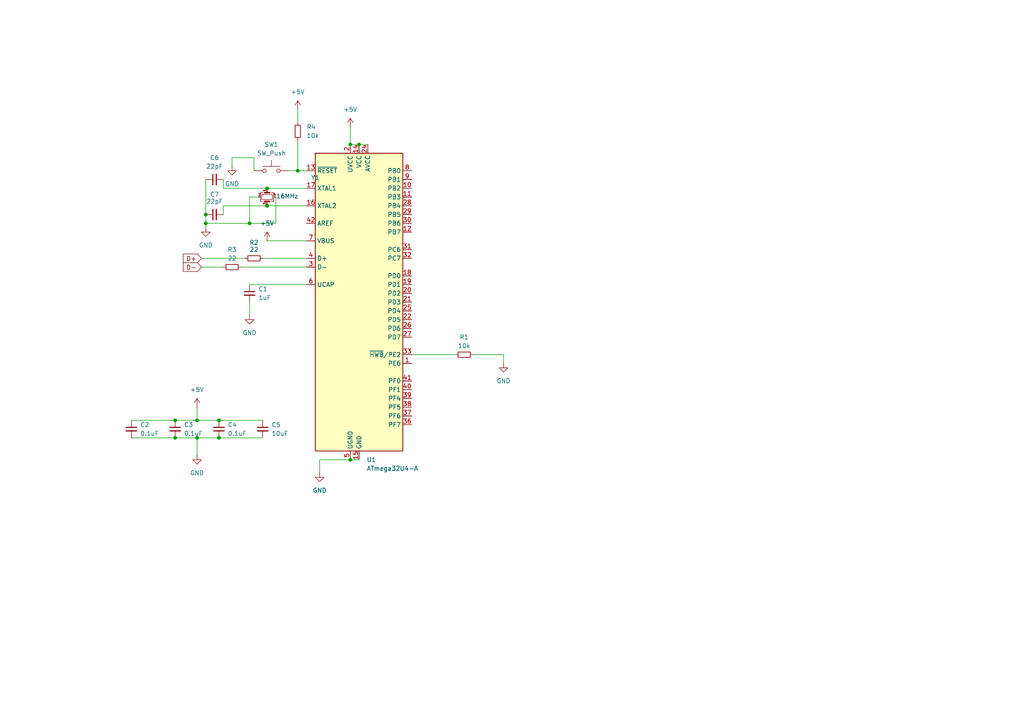
<source format=kicad_sch>
(kicad_sch (version 20231120) (generator "eeschema") (generator_version "8.0")
  (paper "A4")
  (lib_symbols
    (symbol "Device:C_Small" (pin_numbers hide) (pin_names (offset 0.254) hide)
      (property "Reference" "C" (at 0.254 1.778 0))
      (property "Value" "C_Small" (at 0.254 -2.032 0))
      (symbol "C_Small_0_1"
        (polyline (pts (xy -1.524 -0.508) (xy 1.524 -0.508)) (stroke (width 0.3302)))
        (polyline (pts (xy -1.524 0.508) (xy 1.524 0.508)) (stroke (width 0.3048)))
      )
      (symbol "C_Small_1_1"
        (pin passive line (at 0 2.54 270) (length 2.032) (name "~") (number "1"))
        (pin passive line (at 0 -2.54 90) (length 2.032) (name "~") (number "2"))
      )
    )
    (symbol "Device:Crystal_GND24_Small" (pin_names (offset 1.016) hide)
      (property "Reference" "Y" (at 1.27 4.445 0))
      (property "Value" "Crystal_GND24_Small" (at 1.27 2.54 0))
      (symbol "Crystal_GND24_Small_0_1"
        (rectangle (start -0.762 -1.524) (end 0.762 1.524))
        (polyline (pts (xy -1.27 -0.762) (xy -1.27 0.762)) (stroke (width 0.381)))
        (polyline (pts (xy 1.27 -0.762) (xy 1.27 0.762)) (stroke (width 0.381)))
        (polyline (pts (xy -1.27 -1.27) (xy -1.27 -1.905) (xy 1.27 -1.905) (xy 1.27 -1.27)))
        (polyline (pts (xy -1.27 1.27) (xy -1.27 1.905) (xy 1.27 1.905) (xy 1.27 1.27)))
      )
      (symbol "Crystal_GND24_Small_1_1"
        (pin passive line (at -2.54 0 0) (length 1.27) (name "1") (number "1"))
        (pin passive line (at 0 -2.54 90) (length 0.635) (name "2") (number "2"))
        (pin passive line (at 2.54 0 180) (length 1.27) (name "3") (number "3"))
        (pin passive line (at 0 2.54 270) (length 0.635) (name "4") (number "4"))
      )
    )
    (symbol "Device:R_Small" (pin_numbers hide) (pin_names (offset 0.254) hide)
      (property "Reference" "R" (at 0.762 0.508 0))
      (property "Value" "R_Small" (at 0.762 -1.016 0))
      (symbol "R_Small_0_1"
        (rectangle (start -0.762 1.778) (end 0.762 -1.778) (stroke (width 0.2032)))
      )
      (symbol "R_Small_1_1"
        (pin passive line (at 0 2.54 270) (length 0.762) (name "~") (number "1"))
        (pin passive line (at 0 -2.54 90) (length 0.762) (name "~") (number "2"))
      )
    )
    (symbol "MCU_Microchip_ATmega:ATmega32U4-A"
      (property "Reference" "U" (at -12.7 44.45 0))
      (property "Value" "ATmega32U4-A" (at 2.54 -44.45 0))
      (symbol "ATmega32U4-A_0_1"
        (rectangle (start -12.7 -43.18) (end 12.7 43.18) (stroke (width 0.254)) (fill (type background)))
      )
      (symbol "ATmega32U4-A_1_1"
        (pin bidirectional line (at 15.24 -17.78 180) (length 2.54) (name "PE6") (number "1"))
        (pin bidirectional line (at 15.24 33.02 180) (length 2.54) (name "PB2") (number "10"))
        (pin bidirectional line (at 15.24 30.48 180) (length 2.54) (name "PB3") (number "11"))
        (pin bidirectional line (at 15.24 20.32 180) (length 2.54) (name "PB7") (number "12"))
        (pin input line (at -15.24 38.1 0) (length 2.54) (name "~{RESET}") (number "13"))
        (pin power_in line (at 0 45.72 270) (length 2.54) (name "VCC") (number "14"))
        (pin power_in line (at 0 -45.72 90) (length 2.54) (name "GND") (number "15"))
        (pin output line (at -15.24 27.94 0) (length 2.54) (name "XTAL2") (number "16"))
        (pin input line (at -15.24 33.02 0) (length 2.54) (name "XTAL1") (number "17"))
        (pin bidirectional line (at 15.24 7.62 180) (length 2.54) (name "PD0") (number "18"))
        (pin bidirectional line (at 15.24 5.08 180) (length 2.54) (name "PD1") (number "19"))
        (pin power_in line (at -2.54 45.72 270) (length 2.54) (name "UVCC") (number "2"))
        (pin bidirectional line (at 15.24 2.54 180) (length 2.54) (name "PD2") (number "20"))
        (pin bidirectional line (at 15.24 0 180) (length 2.54) (name "PD3") (number "21"))
        (pin bidirectional line (at 15.24 -5.08 180) (length 2.54) (name "PD5") (number "22"))
        (pin passive line (at 0 -45.72 90) (length 2.54) hide (name "GND") (number "23"))
        (pin power_in line (at 2.54 45.72 270) (length 2.54) (name "AVCC") (number "24"))
        (pin bidirectional line (at 15.24 -2.54 180) (length 2.54) (name "PD4") (number "25"))
        (pin bidirectional line (at 15.24 -7.62 180) (length 2.54) (name "PD6") (number "26"))
        (pin bidirectional line (at 15.24 -10.16 180) (length 2.54) (name "PD7") (number "27"))
        (pin bidirectional line (at 15.24 27.94 180) (length 2.54) (name "PB4") (number "28"))
        (pin bidirectional line (at 15.24 25.4 180) (length 2.54) (name "PB5") (number "29"))
        (pin bidirectional line (at -15.24 10.16 0) (length 2.54) (name "D-") (number "3"))
        (pin bidirectional line (at 15.24 22.86 180) (length 2.54) (name "PB6") (number "30"))
        (pin bidirectional line (at 15.24 15.24 180) (length 2.54) (name "PC6") (number "31"))
        (pin bidirectional line (at 15.24 12.7 180) (length 2.54) (name "PC7") (number "32"))
        (pin bidirectional line (at 15.24 -15.24 180) (length 2.54) (name "~{HWB}/PE2") (number "33"))
        (pin passive line (at 0 45.72 270) (length 2.54) hide (name "VCC") (number "34"))
        (pin passive line (at 0 -45.72 90) (length 2.54) hide (name "GND") (number "35"))
        (pin bidirectional line (at 15.24 -35.56 180) (length 2.54) (name "PF7") (number "36"))
        (pin bidirectional line (at 15.24 -33.02 180) (length 2.54) (name "PF6") (number "37"))
        (pin bidirectional line (at 15.24 -30.48 180) (length 2.54) (name "PF5") (number "38"))
        (pin bidirectional line (at 15.24 -27.94 180) (length 2.54) (name "PF4") (number "39"))
        (pin bidirectional line (at -15.24 12.7 0) (length 2.54) (name "D+") (number "4"))
        (pin bidirectional line (at 15.24 -25.4 180) (length 2.54) (name "PF1") (number "40"))
        (pin bidirectional line (at 15.24 -22.86 180) (length 2.54) (name "PF0") (number "41"))
        (pin passive line (at -15.24 22.86 0) (length 2.54) (name "AREF") (number "42"))
        (pin passive line (at 0 -45.72 90) (length 2.54) hide (name "GND") (number "43"))
        (pin passive line (at 2.54 45.72 270) (length 2.54) hide (name "AVCC") (number "44"))
        (pin passive line (at -2.54 -45.72 90) (length 2.54) (name "UGND") (number "5"))
        (pin passive line (at -15.24 5.08 0) (length 2.54) (name "UCAP") (number "6"))
        (pin input line (at -15.24 17.78 0) (length 2.54) (name "VBUS") (number "7"))
        (pin bidirectional line (at 15.24 38.1 180) (length 2.54) (name "PB0") (number "8"))
        (pin bidirectional line (at 15.24 35.56 180) (length 2.54) (name "PB1") (number "9"))
      )
    )
    (symbol "Switch:SW_Push" (pin_numbers hide) (pin_names (offset 1.016) hide)
      (property "Reference" "SW" (at 1.27 2.54 0))
      (property "Value" "SW_Push" (at 0 -1.524 0))
      (symbol "SW_Push_0_1"
        (circle (center -2.032 0) (radius 0.508))
        (polyline (pts (xy 0 1.27) (xy 0 3.048)))
        (polyline (pts (xy 2.54 1.27) (xy -2.54 1.27)))
        (circle (center 2.032 0) (radius 0.508))
        (pin passive line (at -5.08 0 0) (length 2.54) (name "1") (number "1"))
        (pin passive line (at 5.08 0 180) (length 2.54) (name "2") (number "2"))
      )
    )
    (symbol "power:+5V" (power) (pin_numbers hide) (pin_names (offset 0) hide)
      (property "Value" "+5V" (at 0 3.556 0))
      (symbol "+5V_0_1"
        (polyline (pts (xy -0.762 1.27) (xy 0 2.54)))
        (polyline (pts (xy 0 0) (xy 0 2.54)))
        (polyline (pts (xy 0 2.54) (xy 0.762 1.27)))
      )
      (symbol "+5V_1_1"
        (pin power_in line (at 0 0 90) (length 0) (name "~") (number "1"))
      )
    )
    (symbol "power:GND" (power) (pin_numbers hide) (pin_names (offset 0) hide)
      (property "Value" "GND" (at 0 -3.81 0))
      (symbol "GND_0_1"
        (polyline (pts (xy 0 0) (xy 0 -1.27) (xy 1.27 -1.27) (xy 0 -2.54) (xy -1.27 -1.27) (xy 0 -1.27)))
      )
      (symbol "GND_1_1"
        (pin power_in line (at 0 0 270) (length 0) (name "~") (number "1"))
      )
    )
  )
  (junction (at 101.6 133.35))
  (junction (at 59.69 64.77))
  (junction (at 57.15 127))
  (junction (at 72.39 64.77))
  (junction (at 86.36 49.53))
  (junction (at 59.69 62.23))
  (junction (at 101.6 41.91))
  (junction (at 50.8 121.92))
  (junction (at 77.47 54.61))
  (junction (at 63.5 127))
  (junction (at 63.5 121.92))
  (junction (at 77.47 59.69))
  (junction (at 57.15 121.92))
  (junction (at 50.8 127))
  (junction (at 104.14 41.91))
  (wire (pts (xy 83.82 49.53) (xy 86.36 49.53)))
  (wire (pts (xy 72.39 87.63) (xy 72.39 91.44)))
  (wire (pts (xy 72.39 64.77) (xy 80.01 64.77)))
  (wire (pts (xy 64.77 54.61) (xy 77.47 54.61)))
  (wire (pts (xy 57.15 121.92) (xy 63.5 121.92)))
  (wire (pts (xy 106.68 41.91) (xy 104.14 41.91)))
  (wire (pts (xy 92.71 137.16) (xy 92.71 133.35)))
  (wire (pts (xy 64.77 62.23) (xy 64.77 59.69)))
  (wire (pts (xy 119.38 102.87) (xy 132.08 102.87)))
  (wire (pts (xy 67.31 48.26) (xy 67.31 45.72)))
  (wire (pts (xy 104.14 41.91) (xy 101.6 41.91)))
  (wire (pts (xy 63.5 127) (xy 76.2 127)))
  (wire (pts (xy 58.42 77.47) (xy 64.77 77.47)))
  (wire (pts (xy 64.77 52.07) (xy 64.77 54.61)))
  (wire (pts (xy 72.39 82.55) (xy 88.9 82.55)))
  (wire (pts (xy 137.16 102.87) (xy 146.05 102.87)))
  (wire (pts (xy 77.47 54.61) (xy 88.9 54.61)))
  (wire (pts (xy 63.5 121.92) (xy 76.2 121.92)))
  (wire (pts (xy 86.36 40.64) (xy 86.36 49.53)))
  (wire (pts (xy 57.15 132.08) (xy 57.15 127)))
  (wire (pts (xy 59.69 64.77) (xy 72.39 64.77)))
  (wire (pts (xy 50.8 127) (xy 57.15 127)))
  (wire (pts (xy 57.15 127) (xy 63.5 127)))
  (wire (pts (xy 80.01 57.15) (xy 80.01 64.77)))
  (wire (pts (xy 86.36 31.75) (xy 86.36 35.56)))
  (wire (pts (xy 101.6 41.91) (xy 101.6 36.83)))
  (wire (pts (xy 50.8 121.92) (xy 57.15 121.92)))
  (wire (pts (xy 57.15 118.11) (xy 57.15 121.92)))
  (wire (pts (xy 76.2 74.93) (xy 88.9 74.93)))
  (wire (pts (xy 67.31 45.72) (xy 73.66 45.72)))
  (wire (pts (xy 92.71 133.35) (xy 101.6 133.35)))
  (wire (pts (xy 72.39 57.15) (xy 72.39 64.77)))
  (wire (pts (xy 59.69 64.77) (xy 59.69 66.04)))
  (wire (pts (xy 59.69 62.23) (xy 59.69 64.77)))
  (wire (pts (xy 64.77 59.69) (xy 77.47 59.69)))
  (wire (pts (xy 86.36 49.53) (xy 88.9 49.53)))
  (wire (pts (xy 59.69 52.07) (xy 59.69 62.23)))
  (wire (pts (xy 69.85 77.47) (xy 88.9 77.47)))
  (wire (pts (xy 73.66 45.72) (xy 73.66 49.53)))
  (wire (pts (xy 146.05 102.87) (xy 146.05 105.41)))
  (wire (pts (xy 77.47 59.69) (xy 88.9 59.69)))
  (wire (pts (xy 58.42 74.93) (xy 71.12 74.93)))
  (wire (pts (xy 77.47 69.85) (xy 88.9 69.85)))
  (wire (pts (xy 101.6 133.35) (xy 104.14 133.35)))
  (wire (pts (xy 74.93 57.15) (xy 72.39 57.15)))
  (wire (pts (xy 38.1 127) (xy 50.8 127)))
  (wire (pts (xy 38.1 121.92) (xy 50.8 121.92)))
  (global_label "D-" (shape input) (at 58.42 77.47 180) (property "Intersheetrefs" "${INTERSHEET_REFS}" (effects (hide yes))))
  (global_label "D+" (shape input) (at 58.42 74.93 180) (property "Intersheetrefs" "${INTERSHEET_REFS}" (effects (hide yes))))
  (symbol (lib_id "MCU_Microchip_ATmega:ATmega32U4-A") (at 104.14 87.63 0) (unit 1)
    (property "Reference" "U1" (at 106.3341 133.35 0) (effects (justify left)))
    (property "Value" "ATmega32U4-A" (at 106.3341 135.89 0) (effects (justify left)))
    (property "Footprint" "Package_QFP:TQFP-44_10x10mm_P0.8mm" (effects (hide yes)))
    (property "Datasheet" "http://ww1.microchip.com/downloads/en/DeviceDoc/Atmel-7766-8-bit-AVR-ATmega16U4-32U4_Datasheet.pdf" (effects (hide yes)))
    (property "Description" "16MHz, 32kB Flash, 2.5kB SRAM, 1kB EEPROM, USB 2.0, TQFP-44" (effects (hide yes)))
  )
  (symbol (lib_id "power:GND") (at 57.15 132.08 0) (unit 1)
    (property "Reference" "#PWR05" (effects (hide yes)))
    (property "Value" "GND" (at 57.15 137.16 0))
    (property "Description" "Power symbol creates a global label with name \"GND\" , ground" (effects (hide yes)))
  )
  (symbol (lib_id "Device:C_Small") (at 50.8 124.46 0) (unit 1)
    (property "Reference" "C3" (at 53.34 123.1962 0) (effects (justify left)))
    (property "Value" "0.1uF" (at 53.34 125.7362 0) (effects (justify left)))
    (property "Description" "Unpolarized capacitor, small symbol" (effects (hide yes)))
  )
  (symbol (lib_id "power:+5V") (at 101.6 36.83 0) (unit 1)
    (property "Reference" "#PWR01" (effects (hide yes)))
    (property "Value" "+5V" (at 101.6 31.75 0))
    (property "Description" "Power symbol creates a global label with name \"+5V\"" (effects (hide yes)))
  )
  (symbol (lib_id "Device:C_Small") (at 76.2 124.46 0) (unit 1)
    (property "Reference" "C5" (at 78.74 123.1962 0) (effects (justify left)))
    (property "Value" "10uF" (at 78.74 125.7362 0) (effects (justify left)))
    (property "Description" "Unpolarized capacitor, small symbol" (effects (hide yes)))
  )
  (symbol (lib_id "power:+5V") (at 77.47 69.85 0) (unit 1)
    (property "Reference" "#PWR07" (effects (hide yes)))
    (property "Value" "+5V" (at 77.47 64.77 0))
    (property "Description" "Power symbol creates a global label with name \"+5V\"" (effects (hide yes)))
  )
  (symbol (lib_id "Device:R_Small") (at 73.66 74.93 270) (unit 1)
    (property "Reference" "R2" (at 73.66 70.358 90))
    (property "Value" "22" (at 73.66 72.39 90))
    (property "Description" "Resistor, small symbol" (effects (hide yes)))
  )
  (symbol (lib_id "Device:Crystal_GND24_Small") (at 77.47 57.15 270) (unit 1)
    (property "Reference" "Y1" (at 91.44 51.5298 90))
    (property "Value" "16MHz" (at 83.312 56.896 90))
    (property "Description" "Four pin crystal, GND on pins 2 and 4, small symbol" (effects (hide yes)))
  )
  (symbol (lib_id "Device:R_Small") (at 134.62 102.87 270) (unit 1)
    (property "Reference" "R1" (at 134.62 97.79 90))
    (property "Value" "10k" (at 134.62 100.33 90))
    (property "Description" "Resistor, small symbol" (effects (hide yes)))
  )
  (symbol (lib_id "Device:C_Small") (at 63.5 124.46 0) (unit 1)
    (property "Reference" "C4" (at 66.04 123.1962 0) (effects (justify left)))
    (property "Value" "0.1uF" (at 66.04 125.7362 0) (effects (justify left)))
    (property "Description" "Unpolarized capacitor, small symbol" (effects (hide yes)))
  )
  (symbol (lib_id "Device:R_Small") (at 86.36 38.1 0) (unit 1)
    (property "Reference" "R4" (at 88.9 36.8299 0) (effects (justify left)))
    (property "Value" "10k" (at 88.9 39.3699 0) (effects (justify left)))
    (property "Description" "Resistor, small symbol" (effects (hide yes)))
  )
  (symbol (lib_id "Switch:SW_Push") (at 78.74 49.53 0) (unit 1)
    (property "Reference" "SW1" (at 78.74 41.91 0))
    (property "Value" "SW_Push" (at 78.74 44.45 0))
    (property "Description" "Push button switch, generic, two pins" (effects (hide yes)))
  )
  (symbol (lib_id "power:+5V") (at 86.36 31.75 0) (unit 1)
    (property "Reference" "#PWR010" (effects (hide yes)))
    (property "Value" "+5V" (at 86.36 26.67 0))
    (property "Description" "Power symbol creates a global label with name \"+5V\"" (effects (hide yes)))
  )
  (symbol (lib_id "power:+5V") (at 57.15 118.11 0) (unit 1)
    (property "Reference" "#PWR06" (effects (hide yes)))
    (property "Value" "+5V" (at 57.15 113.03 0))
    (property "Description" "Power symbol creates a global label with name \"+5V\"" (effects (hide yes)))
  )
  (symbol (lib_id "power:GND") (at 146.05 105.41 0) (unit 1)
    (property "Reference" "#PWR03" (effects (hide yes)))
    (property "Value" "GND" (at 146.05 110.49 0))
    (property "Description" "Power symbol creates a global label with name \"GND\" , ground" (effects (hide yes)))
  )
  (symbol (lib_id "Device:C_Small") (at 62.23 62.23 90) (unit 1)
    (property "Reference" "C7" (at 62.23 56.388 90))
    (property "Value" "22pF" (at 62.2363 58.42 90))
    (property "Description" "Unpolarized capacitor, small symbol" (effects (hide yes)))
  )
  (symbol (lib_id "power:GND") (at 59.69 66.04 0) (unit 1)
    (property "Reference" "#PWR08" (effects (hide yes)))
    (property "Value" "GND" (at 59.69 71.12 0))
    (property "Description" "Power symbol creates a global label with name \"GND\" , ground" (effects (hide yes)))
  )
  (symbol (lib_id "power:GND") (at 72.39 91.44 0) (unit 1)
    (property "Reference" "#PWR04" (effects (hide yes)))
    (property "Value" "GND" (at 72.39 96.52 0))
    (property "Description" "Power symbol creates a global label with name \"GND\" , ground" (effects (hide yes)))
  )
  (symbol (lib_id "power:GND") (at 67.31 48.26 0) (unit 1)
    (property "Reference" "#PWR09" (effects (hide yes)))
    (property "Value" "GND" (at 67.31 53.34 0))
    (property "Description" "Power symbol creates a global label with name \"GND\" , ground" (effects (hide yes)))
  )
  (symbol (lib_id "power:GND") (at 92.71 137.16 0) (unit 1)
    (property "Reference" "#PWR02" (effects (hide yes)))
    (property "Value" "GND" (at 92.71 142.24 0))
    (property "Description" "Power symbol creates a global label with name \"GND\" , ground" (effects (hide yes)))
  )
  (symbol (lib_id "Device:C_Small") (at 38.1 124.46 0) (unit 1)
    (property "Reference" "C2" (at 40.64 123.1962 0) (effects (justify left)))
    (property "Value" "0.1uF" (at 40.64 125.7362 0) (effects (justify left)))
    (property "Description" "Unpolarized capacitor, small symbol" (effects (hide yes)))
  )
  (symbol (lib_id "Device:C_Small") (at 72.39 85.09 0) (unit 1)
    (property "Reference" "C1" (at 74.93 83.8262 0) (effects (justify left)))
    (property "Value" "1uF" (at 74.93 86.3662 0) (effects (justify left)))
    (property "Description" "Unpolarized capacitor, small symbol" (effects (hide yes)))
  )
  (symbol (lib_id "Device:R_Small") (at 67.31 77.47 270) (unit 1)
    (property "Reference" "R3" (at 67.31 72.39 90))
    (property "Value" "22" (at 67.31 74.93 90))
    (property "Description" "Resistor, small symbol" (effects (hide yes)))
  )
  (symbol (lib_id "Device:C_Small") (at 62.23 52.07 90) (unit 1)
    (property "Reference" "C6" (at 62.2363 45.72 90))
    (property "Value" "22pF" (at 62.2363 48.26 90))
    (property "Description" "Unpolarized capacitor, small symbol" (effects (hide yes)))
  )
)
</source>
